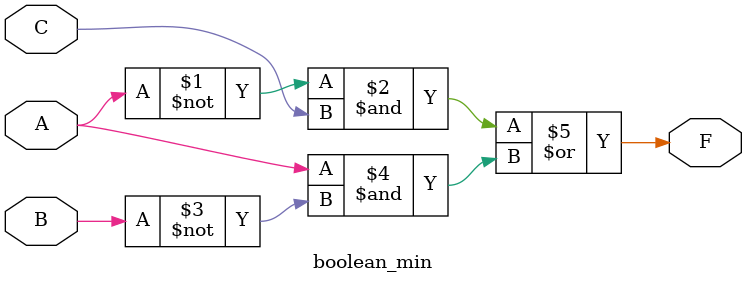
<source format=v>
module boolean_min (
    input A, B, C,
    output F
);
    assign F = (~A & C) | (A & ~B);
endmodule
</source>
